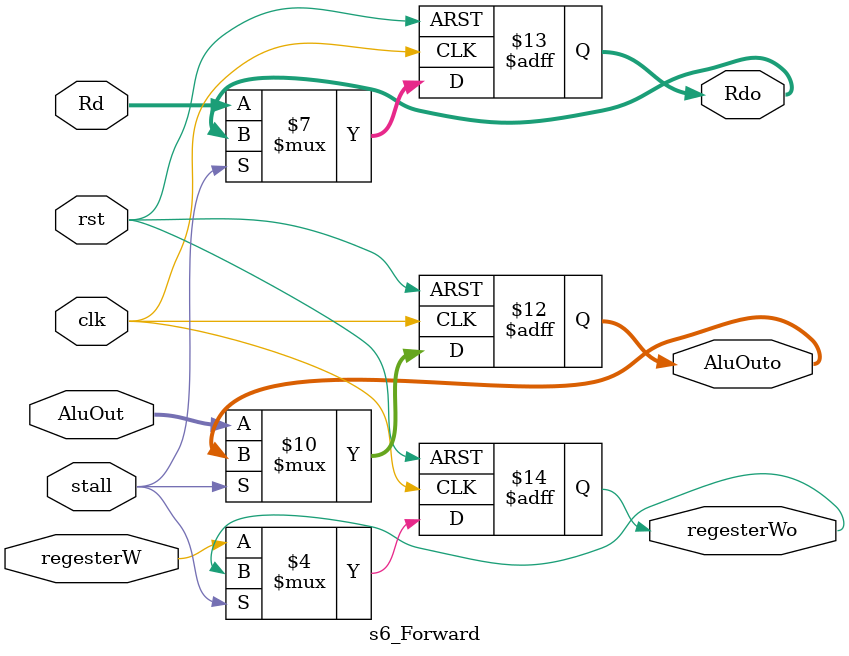
<source format=v>
module s6_Forward (
    output reg [31:0] AluOuto,
    output reg [4:0] Rdo,
    output reg regesterWo,
    input [31:0] AluOut,
    input [4:0] Rd,
    input regesterW,
    input clk,rst,stall
);
    always @(posedge clk, negedge rst) begin
        if(!rst)begin
            AluOuto<=0;
            Rdo<=0;
            regesterWo<=0;
        end
        else begin
            if(stall) begin
                AluOuto<=AluOuto;
                Rdo<=Rdo;
                regesterWo<=regesterWo;
            end else begin
                AluOuto<=AluOut;
                Rdo<=Rd;
                regesterWo<=regesterW;
            end
        end
    end
endmodule


// module D_forward(
//     output reg [31:0] Rafwd,Rs2s3,
//     input [31:0] reg_write_data_halfs4,reg_write_datas5,reg_write_datas6,Ras3,Rbs3,
//     input [4:0] Rds4,Raas3,Rbas3,Rds5,Rds6,
//     input regesterWs4,regesterWs5,regesterWs6,
//     input [1:0] regSrcs4);

//     always @(*) begin // TODO: optimise and test 
//         if(Rds4==Raas3&&regesterWs4&&(regSrcs4==0)&&(Rds4!=0))begin
//             Rafwd=reg_write_data_halfs4;
//         end
//         else if(Rds5==Raas3&&regesterWs5&&(Rds5!=0)) begin
//             Rafwd=reg_write_datas5;
//         end
//         else if(Rds6==Raas3&&regesterWs6&&(Rds6!=0)) begin
//             Rafwd=reg_write_datas6;
//         end
//         else begin
//             Rafwd=Ras3;
//         end
//     end

//     always @(*) begin  
//         if(Rds4==Rbas3&&regesterWs4&&(regSrcs4!=1)&&(Rds4!=0))begin
//             Rs2s3=reg_write_data_halfs4;
//         end
//         else if(Rds5==Rbas3&&regesterWs5&&(Rds5!=0)) begin
//             Rs2s3=reg_write_datas5;
//         end
//         else if(Rds6==Rbas3&&regesterWs6&&(Rds6!=0)) begin
//             Rs2s3=reg_write_datas6;
//         end
//         else begin
//             Rs2s3=Rbs3;
//         end
//     end

// endmodule
</source>
